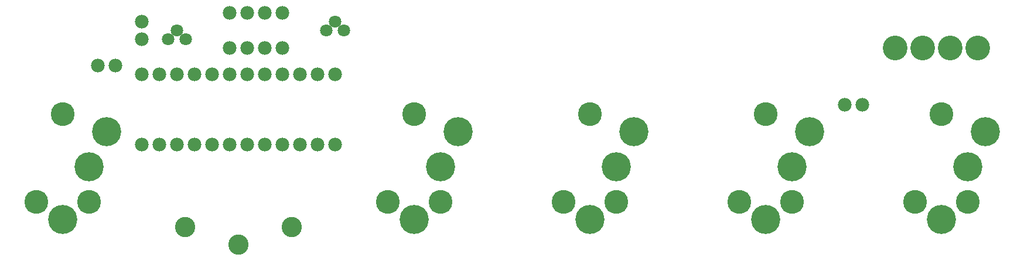
<source format=gbr>
G04 #@! TF.FileFunction,Soldermask,Bot*
%FSLAX46Y46*%
G04 Gerber Fmt 4.6, Leading zero omitted, Abs format (unit mm)*
G04 Created by KiCad (PCBNEW (2016-02-24 BZR 6585, Git 0829446)-product) date 3/13/2016 10:01:12 PM*
%MOMM*%
G01*
G04 APERTURE LIST*
%ADD10C,0.100000*%
%ADD11C,1.974800*%
%ADD12C,4.210000*%
%ADD13C,3.448000*%
%ADD14C,3.575000*%
%ADD15C,2.940000*%
%ADD16C,1.797000*%
G04 APERTURE END LIST*
D10*
D11*
X130810000Y-110490000D03*
X130810000Y-100330000D03*
D12*
X101600000Y-121361200D03*
D13*
X105410000Y-118821200D03*
D12*
X105410000Y-113741200D03*
X107950000Y-108661200D03*
D13*
X101600000Y-106121200D03*
X97790000Y-118821200D03*
D12*
X177800000Y-121361200D03*
D13*
X181610000Y-118821200D03*
D12*
X181610000Y-113741200D03*
X184150000Y-108661200D03*
D13*
X177800000Y-106121200D03*
X173990000Y-118821200D03*
D12*
X203200000Y-121361200D03*
D13*
X207010000Y-118821200D03*
D12*
X207010000Y-113741200D03*
X209550000Y-108661200D03*
D13*
X203200000Y-106121200D03*
X199390000Y-118821200D03*
D12*
X152400000Y-121361200D03*
D13*
X156210000Y-118821200D03*
D12*
X156210000Y-113741200D03*
X158750000Y-108661200D03*
D13*
X152400000Y-106121200D03*
X148590000Y-118821200D03*
D12*
X228600000Y-121361200D03*
D13*
X232410000Y-118821200D03*
D12*
X232410000Y-113741200D03*
X234950000Y-108661200D03*
D13*
X228600000Y-106121200D03*
X224790000Y-118821200D03*
D14*
X221945200Y-96520000D03*
X225907600Y-96520000D03*
X229870000Y-96520000D03*
X233832400Y-96520000D03*
D11*
X115570000Y-110490000D03*
X115570000Y-100330000D03*
X133350000Y-100330000D03*
X133350000Y-110490000D03*
X135890000Y-100330000D03*
X135890000Y-110490000D03*
X138430000Y-100330000D03*
X138430000Y-110490000D03*
X118110000Y-110490000D03*
X118110000Y-100330000D03*
X120650000Y-100330000D03*
X120650000Y-110490000D03*
X125730000Y-100330000D03*
X125730000Y-110490000D03*
X123190000Y-110490000D03*
X123190000Y-100330000D03*
X113030000Y-100330000D03*
X113030000Y-110490000D03*
X128270000Y-110490000D03*
X128270000Y-100330000D03*
D15*
X127000000Y-125000000D03*
X119300000Y-122500000D03*
X134700000Y-122500000D03*
D11*
X140970000Y-100330000D03*
X140970000Y-110490000D03*
X214630000Y-104775000D03*
X217170000Y-104775000D03*
X113030000Y-92710000D03*
X113030000Y-95250000D03*
X109220000Y-99060000D03*
X106680000Y-99060000D03*
D16*
X116840000Y-95250000D03*
X118110000Y-93980000D03*
X119380000Y-95250000D03*
X139700000Y-93980000D03*
X140970000Y-92710000D03*
X142240000Y-93980000D03*
D11*
X125730000Y-96520000D03*
X125730000Y-91440000D03*
X128270000Y-96520000D03*
X128270000Y-91440000D03*
X130810000Y-96520000D03*
X130810000Y-91440000D03*
X133350000Y-96520000D03*
X133350000Y-91440000D03*
M02*

</source>
